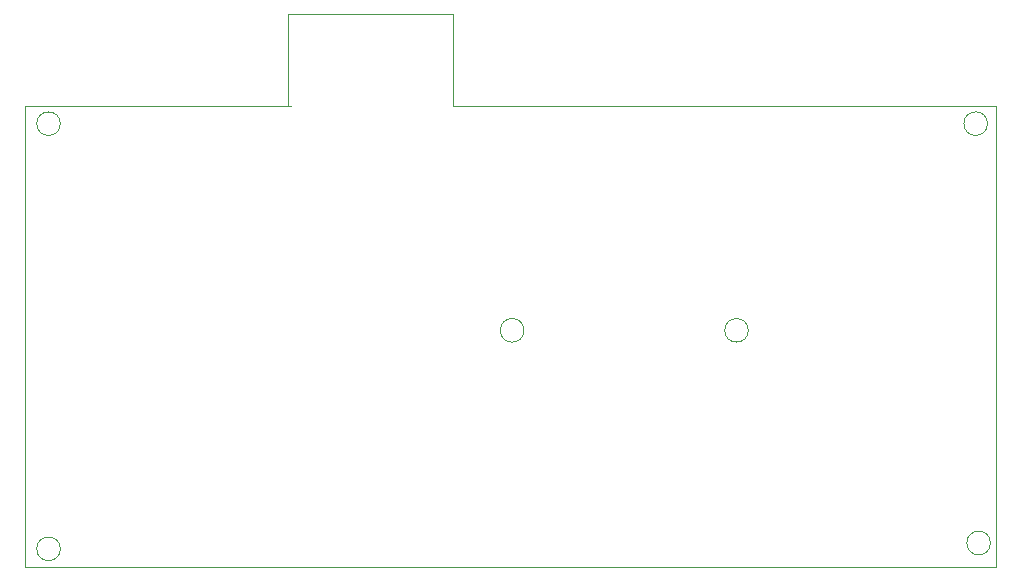
<source format=gbr>
%TF.GenerationSoftware,KiCad,Pcbnew,7.0.5*%
%TF.CreationDate,2023-10-14T21:24:46+09:00*%
%TF.ProjectId,hidtaiko,68696474-6169-46b6-9f2e-6b696361645f,rev?*%
%TF.SameCoordinates,Original*%
%TF.FileFunction,Profile,NP*%
%FSLAX46Y46*%
G04 Gerber Fmt 4.6, Leading zero omitted, Abs format (unit mm)*
G04 Created by KiCad (PCBNEW 7.0.5) date 2023-10-14 21:24:46*
%MOMM*%
%LPD*%
G01*
G04 APERTURE LIST*
%TA.AperFunction,Profile*%
%ADD10C,0.100000*%
%TD*%
G04 APERTURE END LIST*
D10*
X150000000Y-48250000D02*
X150000000Y-48500000D01*
X164000000Y-48250000D02*
X150000000Y-48250000D01*
X150000000Y-56000000D02*
X150000000Y-48500000D01*
X127750000Y-56000000D02*
X127750000Y-56750000D01*
X150250000Y-56000000D02*
X127750000Y-56000000D01*
X127750000Y-95000000D02*
X127750000Y-56250000D01*
X210000000Y-95000000D02*
X127750000Y-95000000D01*
X210000000Y-56000000D02*
X210000000Y-95000000D01*
X164000000Y-56000000D02*
X210000000Y-56000000D01*
X164000000Y-48250000D02*
X164000000Y-56000000D01*
X189000000Y-75000000D02*
G75*
G03*
X189000000Y-75000000I-1000000J0D01*
G01*
X170000000Y-75000000D02*
G75*
G03*
X170000000Y-75000000I-1000000J0D01*
G01*
X209250000Y-57500000D02*
G75*
G03*
X209250000Y-57500000I-1000000J0D01*
G01*
X209500000Y-93000000D02*
G75*
G03*
X209500000Y-93000000I-1000000J0D01*
G01*
X130750000Y-57500000D02*
G75*
G03*
X130750000Y-57500000I-1000000J0D01*
G01*
X130750000Y-93500000D02*
G75*
G03*
X130750000Y-93500000I-1000000J0D01*
G01*
M02*

</source>
